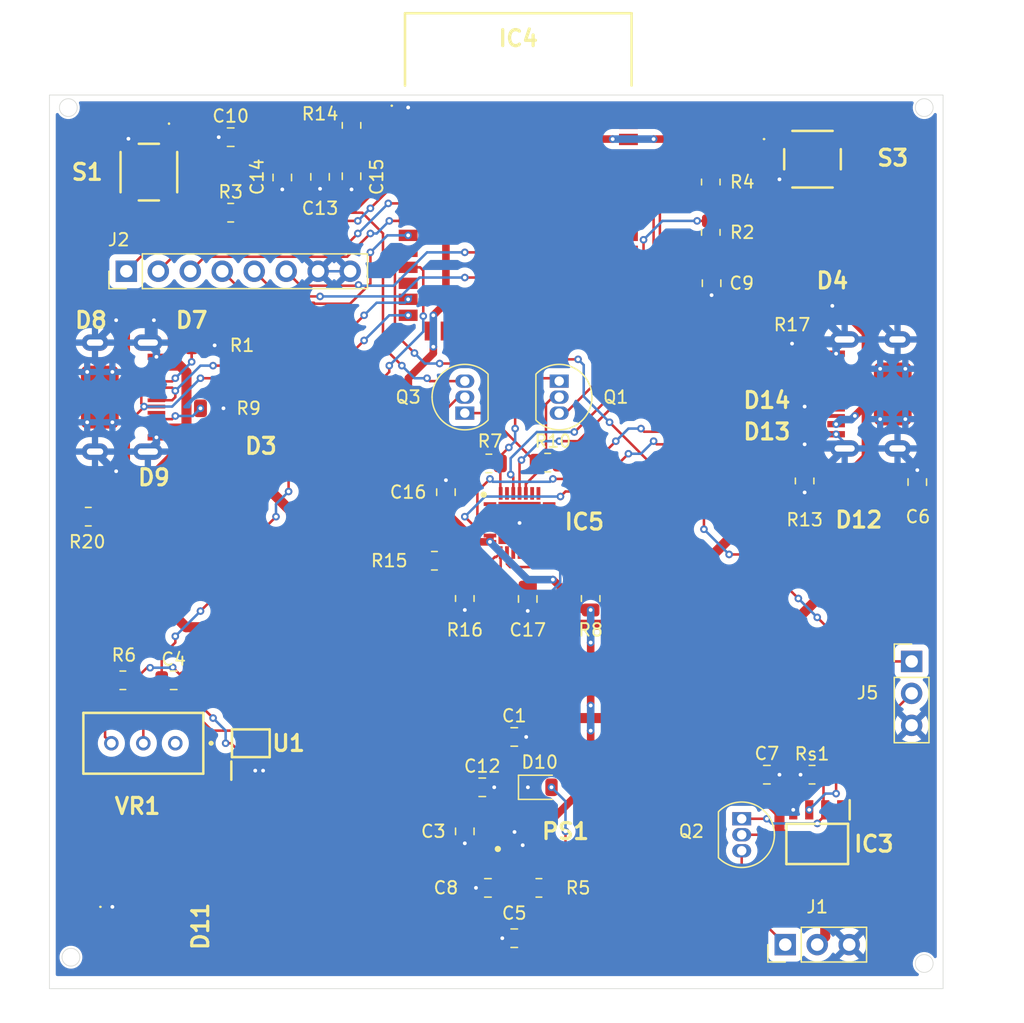
<source format=kicad_pcb>
(kicad_pcb (version 20241229) (generator "pcbnew") (generator_version "9.0")
  (layers (0 "F.Cu" signal) (2 "B.Cu" signal) (13 "F.Paste" user) (15 "B.Paste" user) (5 "F.SilkS" user "F.Silkscreen") (7 "B.SilkS" user "B.Silkscreen") (1 "F.Mask" user) (3 "B.Mask" user) (25 "Edge.Cuts" user))
  (net 0 "")
  (net 1 "VCC_5V")
  (net 2 "GND")
  (net 3 "VCC_3V3")
  (net 4 "CHIP_PU")
  (net 5 "VBUS")
  (net 6 "D-")
  (net 7 "D+")
  (net 8 "GPIO19")
  (net 9 "GPIO20")
  (net 10 "Net-(D10-A)")
  (net 11 "U0RXD")
  (net 12 "U0TXD")
  (net 13 "RTS")
  (net 14 "DTR")
  (net 15 "GPIO0")
  (net 17 "Net-(J4-CC1)")
  (net 19 "Net-(Q1-B)")
  (net 20 "Net-(Q3-B)")
  (net 21 "Net-(IC3-OUTPUT)")
  (net 24 "Net-(IC3-+IN)")
  (net 26 "Net-(IC3--IN)")
  (net 28 "Net-(J1-Pin_1)")
  (net 29 "Net-(VR1-CW)")
  (net 35 "Net-(U1--IN)")
  (net 37 "Net-(IC5-VBUS)")
  (net 53 "Net-(IC4-IO17)")
  (net 67 "GPIO16")
  (net 68 "GPIO7")
  (net 69 "GPIO6")
  (net 70 "GPIO15")
  (net 71 "GPIO41")
  (net 72 "GPIO40")
  (net 84 "Net-(IC5-RSTB)")
  (net 91 "Net-(S3-NO_1)")
  (net 92 "Net-(S1-NO_1)")
  (net 96 "Net-(J4-CC2)")
  (net 99 "Net-(J6-CC1)")
  (net 100 "Net-(J6-CC2)")
  (net 102 "Net-(IC4-IO18)")
  (footprint "Connector_PinHeader_2.54mm:PinHeader_1x03_P2.54mm_Vertical" (layer "F.Cu") (at 152.5 86.5)
    (property "Reference" "J5")
    (property "Value" "Conn_01x03_Pin")
  )
  (footprint "Resistor_SMD:R_0805_2012Metric" (layer "F.Cu") (at 136.54375 48.4125 90)
    (property "Reference" "R4")
    (property "Value" "10000")
  )
  (footprint "Capacitor_SMD:C_0805_2012Metric" (layer "F.Cu") (at 152.95 72.25 90)
    (property "Reference" "C6")
    (property "Value" "10uF")
  )
  (footprint "Resistor_SMD:R_0805_2012Metric" (layer "F.Cu") (at 96.9125 66.39 180)
    (property "Reference" "R9")
    (property "Value" "5.1k" (hide yes))
  )
  (footprint "Resistor_SMD:R_0805_2012Metric" (layer "F.Cu") (at 98.4 50.85)
    (property "Reference" "R3")
    (property "Value" "470")
  )
  (footprint "Capacitor_SMD:C_0805_2012Metric" (layer "F.Cu") (at 118.388 96.5)
    (property "Reference" "C12")
    (property "Value" "10uF")
  )
  (footprint "Resistor_SMD:R_0805_2012Metric" (layer "F.Cu") (at 144.5875 95.5)
    (property "Reference" "Rs1")
    (property "Value" "120")
  )
  (footprint "Package_TO_SOT_THT:TO-92_Inline" (layer "F.Cu") (at 124.5 64.23 -90)
    (property "Reference" "Q1")
    (property "Value" "S8050")
  )
  (footprint "Capacitor_SMD:C_0805_2012Metric" (layer "F.Cu") (at 108 47.95 90)
    (property "Reference" "C15")
    (property "Value" "1uF")
  )
  (footprint "Resistor_SMD:R_0805_2012Metric" (layer "F.Cu") (at 123.5875 70.7075 180)
    (property "Reference" "R10")
    (property "Value" "10000")
  )
  (footprint "Kicad:SON65P200X200X80-7N" (layer "F.Cu") (at 120.95 100.05 90)
    (property "Reference" "PS1")
    (property "Value" "TLV75733PDRVR" (hide yes))
  )
  (footprint "Capacitor_SMD:C_0805_2012Metric" (layer "F.Cu") (at 120.928 92.5)
    (property "Reference" "C1")
    (property "Value" "10uF")
  )
  (footprint "Kicad:SOP65P490X110-8N" (layer "F.Cu") (at 100 93 90)
    (property "Reference" "U1")
    (property "Value" "OPA380AIDGKR" (hide yes))
  )
  (footprint "Resistor_SMD:R_0805_2012Metric" (layer "F.Cu") (at 89.8325 88)
    (property "Reference" "R6")
    (property "Value" "10k")
  )
  (footprint "Capacitor_SMD:C_0805_2012Metric" (layer "F.Cu") (at 102.5 48.05 -90)
    (property "Reference" "C14")
    (property "Value" "0.1uF")
  )
  (footprint "Kicad:SODFL1006X40N" (layer "F.Cu") (at 92.8 59.39)
    (property "Reference" "D7")
    (property "Value" "ESD9B5.0ST5G" (hide yes))
  )
  (footprint "Resistor_SMD:R_0805_2012Metric" (layer "F.Cu") (at 136.54375 52.4125 90)
    (property "Reference" "R2")
    (property "Value" "470")
  )
  (footprint "PCM_JLCPCB:TYPE-C-SMD_HX-TYPE-C-16PIN" (layer "F.Cu") (at 149 65.25 90)
    (property "Reference" "J4" (hide yes))
    (property "Value" "Connector, USB-TYPE-C-16P")
  )
  (footprint "Resistor_SMD:R_0805_2012Metric" (layer "F.Cu") (at 96.2125 61.39 180)
    (property "Reference" "R1")
    (property "Value" "5.1k")
  )
  (footprint "Capacitor_SMD:C_0805_2012Metric" (layer "F.Cu") (at 93.87 88)
    (property "Reference" "C4")
    (property "Value" "3.3pF")
  )
  (footprint "Capacitor_SMD:C_0805_2012Metric" (layer "F.Cu") (at 105.5 48 -90)
    (property "Reference" "C13")
    (property "Value" "10uF")
  )
  (footprint "Kicad:SOD3716X145N" (layer "F.Cu") (at 96.3 69.39)
    (property "Reference" "D3")
    (property "Value" "1N5819HW-7-F" (hide yes))
  )
  (footprint "Kicad:3296W1503LF" (layer "F.Cu") (at 94 93)
    (property "Reference" "VR1")
    (property "Value" "3296W-1-105LF" (hide yes))
  )
  (footprint "Kicad:SODFL1006X40N" (layer "F.Cu") (at 144 65.75 90)
    (property "Reference" "D14")
    (property "Value" "ESD9B5.0ST5G" (hide yes))
  )
  (footprint "Resistor_SMD:R_0805_2012Metric" (layer "F.Cu") (at 114.5875 78.5)
    (property "Reference" "R15")
    (property "Value" "22100")
  )
  (footprint "Capacitor_SMD:C_0805_2012Metric" (layer "F.Cu") (at 118.838 104.49 180)
    (property "Reference" "C8")
    (property "Value" "0.1uF")
  )
  (footprint "Kicad:VEMD5060X01" (layer "F.Cu") (at 91.1 107.275 -90)
    (property "Reference" "D11")
    (property "Value" "VEMD5060X01" (hide yes))
  )
  (footprint "Kicad:SODFL1006X40N" (layer "F.Cu") (at 89.8 71.39)
    (property "Reference" "D9")
    (property "Value" "ESD9B5.0ST5G" (hide yes))
  )
  (footprint "Kicad:QFN50P500X500X80-29N-D" (layer "F.Cu") (at 121.35 75.5)
    (property "Reference" "IC5")
    (property "Value" "CP2102N-A02-GQFN28R" (hide yes))
  )
  (footprint "Capacitor_SMD:C_0805_2012Metric" (layer "F.Cu") (at 141 95.5)
    (property "Reference" "C7")
    (property "Value" "100n")
  )
  (footprint "Kicad:SOD3716X145N" (layer "F.Cu") (at 148.3 72.25 180)
    (property "Reference" "D12")
    (property "Value" "1N5819HW-7-F" (hide yes))
  )
  (footprint "Kicad:ESP32S3WROOM1N8R2" (layer "F.Cu") (at 121.25 47.75)
    (property "Reference" "IC4")
    (property "Value" "ESP32-S3-WROOM-1-N8" (hide yes))
  )
  (footprint "Kicad:PTS647SK50SMTR2LFS" (layer "F.Cu") (at 91.9 47.625 -90)
    (property "Reference" "S1")
    (property "Value" "PTS647SN50SMTR2_LFS" (hide yes))
  )
  (footprint "Resistor_SMD:R_0805_2012Metric" (layer "F.Cu") (at 127 81.5 -90)
    (property "Reference" "R8")
    (property "Value" "1k")
  )
  (footprint "Kicad:SODFL1006X40N" (layer "F.Cu") (at 89.8 59.39)
    (property "Reference" "D8")
    (property "Value" "ESD9B5.0ST5G" (hide yes))
  )
  (footprint "Package_TO_SOT_THT:TO-92_Inline" (layer "F.Cu") (at 139 99 -90)
    (property "Reference" "Q2")
    (property "Value" "2N3904")
  )
  (footprint "Connector_PinHeader_2.54mm:PinHeader_1x03_P2.54mm_Vertical" (layer "F.Cu") (at 142.46 109 90)
    (property "Reference" "J1")
    (property "Value" "Conn_01x03_Pin")
  )
  (footprint "Kicad:PTS647SK50SMTR2LFS" (layer "F.Cu") (at 144.625 46.6)
    (property "Reference" "S3")
    (property "Value" "PTS647SN50SMTR2_LFS" (hide yes))
  )
  (footprint "Resistor_SMD:R_0805_2012Metric" (layer "F.Cu") (at 118.9125 70.77 180)
    (property "Reference" "R7")
    (property "Value" "10000")
  )
  (footprint "Package_TO_SOT_THT:TO-92_Inline" (layer "F.Cu") (at 117 66.77 90)
    (property "Reference" "Q3")
    (property "Value" "S8050")
  )
  (footprint "Resistor_SMD:R_0805_2012Metric" (layer "F.Cu") (at 143 62.1625 -90)
    (property "Reference" "R17")
    (property "Value" "5.1k")
  )
  (footprint "Resistor_SMD:R_0805_2012Metric" (layer "F.Cu") (at 108 43.9125 -90)
    (property "Reference" "R14")
    (property "Value" "10000")
  )
  (footprint "Capacitor_SMD:C_0805_2012Metric" (layer "F.Cu") (at 115.5 73.05 -90)
    (property "Reference" "C16")
    (property "Value" "10uF")
  )
  (footprint "Capacitor_SMD:C_0805_2012Metric" (layer "F.Cu") (at 98.4 44.85)
    (property "Reference" "C10")
    (property "Value" "0.1uF")
  )
  (footprint "Resistor_SMD:R_0805_2012Metric" (layer "F.Cu") (at 117 81.5 -90)
    (property "Reference" "R16")
    (property "Value" "47500")
  )
  (footprint "Capacitor_SMD:C_0805_2012Metric" (layer "F.Cu") (at 117 100 -90)
    (property "Reference" "C3")
    (property "Value" "0.1uF")
  )
  (footprint "Capacitor_SMD:C_0805_2012Metric" (layer "F.Cu") (at 120.928 108.49 180)
    (property "Reference" "C5")
    (property "Value" "10uF")
  )
  (footprint "Resistor_SMD:R_0805_2012Metric" (layer "F.Cu") (at 144 72.1625 90)
    (property "Reference" "R13")
    (property "Value" "5.1k")
  )
  (footprint "Resistor_SMD:R_0805_2012Metric" (layer "F.Cu") (at 122.888 104.49)
    (property "Reference" "R5")
    (property "Value" "5.1k")
  )
  (footprint "Connector_PinHeader_2.54mm:PinHeader_1x08_P2.54mm_Vertical" (layer "F.Cu") (at 90.11 55.5 90)
    (property "Reference" "J2")
    (property "Value" "Conn_01x08_Pin")
  )
  (footprint "Kicad:SODFL1006X40N" (layer "F.Cu") (at 146.2 58.75 -90)
    (property "Reference" "D4")
    (property "Value" "ESD9B5.0ST5G" (hide yes))
  )
  (footprint "Capacitor_SMD:C_0805_2012Metric" (layer "F.Cu") (at 136.60675 56.45 90)
    (property "Reference" "C9")
    (property "Value" "0.1uF")
  )
  (footprint "Capacitor_SMD:C_0805_2012Metric" (layer "F.Cu") (at 122 81.5375 90)
    (property "Reference" "C17")
    (property "Value" "1uF")
  )
  (footprint "Resistor_SMD:R_0805_2012Metric" (layer "F.Cu") (at 87.0875 75 180)
    (property "Reference" "R20")
    (property "Value" "0")
  )
  (footprint "PCM_JLCPCB:TYPE-C-SMD_HX-TYPE-C-16PIN" (layer "F.Cu") (at 90 65.5 -90)
    (property "Reference" "J6" (hide yes))
    (property "Value" "Connector, USB-TYPE-C-16P")
  )
  (footprint "Kicad:SOIC127P600X175-8N" (layer "F.Cu") (at 145 101 -90)
    (property "Reference" "IC3")
    (property "Value" "OPA350UA" (hide yes))
  )
  (footprint "LED_SMD:LED_0805_2012Metric" (layer "F.Cu") (at 122.9505 96.5)
    (property "Reference" "D10")
    (property "Value" "LED")
  )
  (footprint "Kicad:SODFL1006X40N" (layer "F.Cu") (at 144 68.75 90)
    (property "Reference" "D13")
    (property "Value" "ESD9B5.0ST5G" (hide yes))
  )
  (gr_circle (center 85.5 42.5) (end 86 43) (stroke (width 0.05)) (fill no) (layer "Edge.Cuts"))
  (gr_rect (start 84 41.5) (end 155 112.5) (stroke (width 0.05)) (fill no) (layer "Edge.Cuts"))
  (gr_circle (center 153.5 110.5) (end 154 111) (stroke (width 0.05)) (fill no) (layer "Edge.Cuts"))
  (gr_circle (center 85.707107 110) (end 86.207107 110.5) (stroke (width 0.05)) (fill no) (layer "Edge.Cuts"))
  (gr_circle (center 153.5 42.5) (end 154 43) (stroke (width 0.05)) (fill no) (layer "Edge.Cuts"))
  (segment (start 104.719 83.781) (end 117.438 96.5) (width 0.8) (layer "F.Cu") (net 1))
  (segment (start 86.175 75) (end 86.175 74.3) (width 0.8) (layer "F.Cu") (net 1))
  (segment (start 99.5 83.781) (end 104.719 83.781) (width 0.8) (layer "F.Cu") (net 1))
  (segment (start 119.978 91.775) (end 120.753 91) (width 0.8) (layer "F.Cu") (net 1))
  (segment (start 145.635 108.365) (end 145 109) (width 0.8) (layer "F.Cu") (net 1))
  (segment (start 143.945 101) (end 143 101) (width 0.8) (layer "F.Cu") (net 1))
  (segment (start 150.95 73.2) (end 150 72.25) (width 0.8) (layer "F.Cu") (net 1))
  (segment (start 88.204 72.271) (end 91.719 72.271) (width 0.8) (layer "F.Cu") (net 1))
  (segment (start 142 98.513) (end 140.05 96.563) (width 0.8) (layer "F.Cu") (net 1))
  (segment (start 152.95 73.2) (end 150.95 73.2) (width 0.8) (layer "F.Cu") (net 1))
  (segment (start 94.858076 83.781) (end 99.5 83.781) (width 0.8) (layer "F.Cu") (net 1))
  (segment (start 86.175 75) (end 86.175 75.097924) (width 0.8) (layer "F.Cu") (net 1))
  (segment (start 121.5 98) (end 118.05 98) (width 0.6) (layer "F.Cu") (net 1))
  (segment (start 145.635 102.69) (end 143.945 101) (width 0.8) (layer "F.Cu") (net 1))
  (segment (start 117.438 98.612) (end 117 99.05) (width 0.8) (layer "F.Cu") (net 1))
  (segment (start 99.675 83.956) (end 99.5 83.781) (width 0.4) (layer "F.Cu") (net 1))
  (segment (start 121.626 98.126) (end 121.626 99) (width 0.6) (layer "F.Cu") (net 1))
  (segment (start 143 101) (end 142 100) (width 0.8) (layer "F.Cu") (net 1))
  (segment (start 117.438 95.04) (end 117.438 96.5) (width 0.8) (layer "F.Cu") (net 1))
  (segment (start 117.151 98.899) (end 120.174 98.899) (width 0.8) (layer "F.Cu") (net 1))
  (segment (start 121.5 98) (end 121.626 98.126) (width 0.6) (layer "F.Cu") (net 1))
  (segment (start 120.753 91) (end 135.55 91) (width 0.8) (layer "F.Cu") (net 1))
  (segment (start 119.978 92.5) (end 119.978 91.775) (width 0.8) (layer "F.Cu") (net 1))
  (segment (start 118.05 98) (end 117.438 98.612) (width 0.6) (layer "F.Cu") (net 1))
  (segment (start 135.55 91) (end 140.05 95.5) (width 0.8) (layer "F.Cu") (net 1))
  (segment (start 91.719 72.271) (end 94.6 69.39) (width 0.8) (layer "F.Cu") (net 1))
  (segment (start 142 100) (end 142 98.513) (width 0.8) (layer "F.Cu") (net 1))
  (segment (start 99.675 90.825) (end 99.675 83.956) (width 0.4) (layer "F.Cu") (net 1))
  (segment (start 120 98.725) (end 120.174 98.899) (width 0.6) (layer "F.Cu") (net 1))
  (segment (start 86.175 75.097924) (end 94.858076 83.781) (width 0.8) (layer "F.Cu") (net 1))
  (segment (start 86.175 74.3) (end 88.204 72.271) (width 0.8) (layer "F.Cu") (net 1))
  (segment (start 150 72.25) (end 150 76.55) (width 0.8) (layer "F.Cu") (net 1))
  (segment (start 119.978 92.5) (end 117.438 95.04) (width 0.8) (layer "F.Cu") (net 1))
  (segment (start 140.05 96.563) (end 140.05 95.5) (width 0.8) (layer "F.Cu") (net 1))
  (segment (start 120.274 98.974) (end 120.274 98.999) (width 0.6) (layer "F.Cu") (net 1))
  (segment (start 117.438 96.5) (end 117.438 98.612) (width 0.8) (layer "F.Cu") (net 1))
  (segment (start 145.635 103.711) (end 145.635 108.365) (width 0.8) (layer "F.Cu") (net 1))
  (segment (start 145.635 102.69) (end 145.635 103.711) (width 0.8) (layer "F.Cu") (net 1))
  (segment (start 150 76.55) (end 135.55 91) (width 0.8) (layer "F.Cu") (net 1))
  (segment (start 117 99.05) (end 117.151 98.899) (width 0.8) (layer "F.Cu") (net 1))
  (segment (start 97.3 44.7) (end 97.45 44.85) (width 0.2) (layer "F.Cu") (net 2))
  (segment (start 119 75) (end 120.85 75) (width 0.2) (layer "F.Cu") (net 2))
  (segment (start 117 82.4125) (end 116.5875 82.4125) (width 0.2) (layer "F.Cu") (net 2))
  (segment (start 120.0245 108.3925) (end 120.122 108.49) (width 0.6) (layer "F.Cu") (net 2))
  (segment (start 115.5 72.1) (end 115.5 72) (width 0.2) (layer "F.Cu") (net 2))
  (segment (start 108 48.9) (end 108 49) (width 0.6) (layer "F.Cu") (net 2))
  (segment (start 105.5 48.95) (end 105.95 48.95) (width 0.2) (layer "F.Cu") (net 2))
  (segment (start 120.85 75) (end 121.35 75.5) (width 0.2) (layer "F.Cu") (net 2))
  (segment (start 105.95 48.95) (end 106 48.9) (width 0.2) (layer "F.Cu") (net 2))
  (segment (start 118.112 104.4025) (end 118.1995 104.49) (width 0.2) (layer "F.Cu") (net 2))
  (segment (start 141.9 95.5) (end 142 95.5) (width 0.3) (layer "F.Cu") (net 2))
  (segment (start 121.925 82.4125) (end 122 82.4875) (width 0.2) (layer "F.Cu") (net 2))
  (via (at 117.888 104.49) (size 0.6) (drill 0.3) (layers "F.Cu" "B.Cu") (net 2))
  (via (at 143 61.25) (size 0.6) (drill 0.3) (layers "F.Cu" "B.Cu") (net 2))
  (via (at 89.3 71.39) (size 0.6) (drill 0.3) (layers "F.Cu" "B.Cu") (net 2))
  (via (at 143.675 95.5) (size 0.6) (drill 0.3) (layers "F.Cu" "B.Cu") (net 2))
  (via (at 97.125 61.39) (size 0.6) (drill 0.3) (layers "F.Cu" "B.Cu") (net 2))
  (via (at 92.5 62.3) (size 0.6) (drill 0.3) (layers "F.Cu" "B.Cu") (net 2))
  (via (at 146.2 58.25) (size 0.6) (drill 0.3) (layers "F.Cu" "B.Cu") (net 2))
  (via (at 92.5 68.7) (size 0.6) (drill 0.3) (layers "F.Cu" "B.Cu") (net 2))
  (via (at 89 106) (size 0.6) (drill 0.3) (layers "F.Cu" "B.Cu") (net 2))
  (via (at 117 82.4125) (size 0.6) (drill 0.3) (layers "F.Cu" "B.Cu") (net 2))
  (via (at 121.35 75.5) (size 0.6) (drill 0.3) (layers "F.Cu" "B.Cu") (net 2))
  (via (at 122.013 96.5) (size 0.6) (drill 0.3) (layers "F.Cu" "B.Cu") (net 2))
  (via (at 105.5 48.95) (size 0.6) (drill 0.3) (layers "F.Cu" "B.Cu") (net 2))
  (via (at 144 73.075) (size 0.6) (drill 0.3) (layers "F.Cu" "B.Cu") (net 2))
  (via (at 122 82.4875) (size 0.6) (drill 0.3) (layers "F.Cu" "B.Cu") (net 2))
  (via (at 121.878 92.5) (size 0.6) (drill 0.3) (layers "F.Cu" "B.Cu") (net 2))
  (via (at 142 95.5) (size 0.6) (drill 0.3) (layers "F.Cu" "B.Cu") (net 2))
  (via (at 90.275 44.975) (size 0.6) (drill 0.3) (layers "F.Cu" "B.Cu") (net 2))
  (via (at 115.5 72.1) (size 0.6) (drill 0.3) (layers "F.Cu" "B.Cu") (net 2))
  (via (at 102.5 49) (size 0.6) (drill 0.3) (layers "F.Cu" "B.Cu") (net 2))
  (via (at 136.60675 57.4) (size 0.6) (drill 0.3) (layers "F.Cu" "B.Cu") (net 2))
  (via (at 152.95 71.3) (size 0.6) (drill 0.3) (layers "F.Cu" "B.Cu") (net 2))
  (via (at 119.338 96.5) (size 0.6) (drill 0.3) (layers "F.Cu" "B.Cu") (net 2))
  (via (at 100.350002 95.175) (size 0.6) (drill 0.3) (layers "F.Cu" "B.Cu") (net 2))
  (via (at 121.6 101.1) (size 0.6) (drill 0.3) (layers "F.Cu" "B.Cu") (net 2))
  (via (at 92.3 59.39) (size 0.6) (drill 0.3) (layers "F.Cu" "B.Cu") (net 2))
  (via (at 119.978 108.49) (size 0.6) (drill 0.3) (layers "F.Cu" "B.Cu") (net 2))
  (via (at 97.825 66.39) (size 0.6) (drill 0.3) (layers "F.Cu" "B.Cu") (net 2))
  (via (at 143.095 98.289) (size 0.6) (drill 0.3) (layers "F.Cu" "B.Cu") (net 2))
  (via (at 100.975 95.175) (size 0.6) (drill 0.3) (layers "F.Cu" "B.Cu") (net 2))
  (via (at 146.5 62.05) (size 0.6) (drill 0.3) (layers "F.Cu" "B.Cu") (net 2))
  (via (at 120.95 100.05) (size 0.6) (drill 0.3) (layers "F.Cu" "B.Cu") (net 2))
  (via (at 144 66.25) (size 0.6) (drill 0.3) (layers "F.Cu" "B.Cu") (net 2))
  (via (at 142 48.2) (size 0.6) (drill 0.3) (layers "F.Cu" "B.Cu") (net 2))
  (via (at 144 69.25) (size 0.6) (drill 0.3) (layers "F.Cu" "B.Cu") (net 2))
  (via (at 146.5 68.45) (size 0.6) (drill 0.3) (layers "F.Cu" "B.Cu") (net 2))
  (via (at 117 100.95) (size 0.6) (drill 0.3) (layers "F.Cu" "B.Cu") (net 2))
  (via (at 89.3 59.39) (size 0.6) (drill 0.3) (layers "F.Cu" "B.Cu") (net 2))
  (via (at 108 49) (size 0.6) (drill 0.3) (layers "F.Cu" "B.Cu") (net 2))
  (via (at 97.45 44.85) (size 0.6) (drill 0.3) (layers "F.Cu" "B.Cu") (net 2))
  (via (at 112.5 42.49) (size 0.6) (drill 0.3) (layers "F.Cu" "B.Cu") (net 2))
  (segment (start 119.978 108.49) (end 119.49 108.49) (width 0.6) (layer "B.Cu") (net 2))
  (segment (start 146.2 59.94) (end 147.18 60.92) (width 0.6) (layer "B.Cu") (net 2))
  (segment (start 120.5 94.5) (end 120.5 93.878) (width 0.6) (layer "B.Cu") (net 2))
  (segment (start 87.62 61.17) (end 87.62 61.07) (width 0.2) (layer "B.Cu") (net 2))
  (segment (start 148.71 58.25) (end 151.38 60.92) (width 0.6) (layer "B.Cu") (net 2))
  (segment (start 112.5 42.49) (end 99.81 42.49) (width 0.6) (layer "B.Cu") (net 2))
  (segment (start 100.975 95.175) (end 100.350002 95.175) (width 0.2) (layer "B.Cu") (net 2))
  (segment (start 120.85 99.95) (end 120.95 100.05) (width 0.6) (layer "B.Cu") (net 2))
  (segment (start 99.825 95.175) (end 89 106) (width 0.2) (layer "B.Cu") (net 2))
  (segment (start 146.2 58.25) (end 146.2 59.94) (width 0.6) (layer "B.Cu") (net 2))
  (segment (start 122 82.4875) (end 117.075 82.4875) (width 0.2) (layer "B.Cu") (net 2))
  (segment (start 117.888 104.49) (end 117.888 101.838) (width 0.6) (layer "B.Cu") (net 2))
  (segment (start 87.62 69.83) (end 87.74 69.83) (width 0.2) (layer "B.Cu") (net 2))
  (segment (start 117.075 82.4875) (end 117 82.4125) (width 0.2) (layer "B.Cu") (net 2))
  (segment (start 117.888 104.388) (end 116.5 103) (width 0.6) (layer "B.Cu") (net 2))
  (segment (start 90.275 44.975) (end 97.325 44.975) (width 0.6) (layer "B.Cu") (net 2))
  (segment (start 151.38 69.58) (end 151.38 69.73) (width 0.2) (layer "B.Cu") (net 2))
  (segment (start 97.825 66.39) (end 97.825 62.09) (width 0.6) (layer "B.Cu") (net 2))
  (segment (start 144 69.25) (end 146.85 69.25) (width 0.6) (layer "B.Cu") (net 2))
  (segment (start 118 104.602) (end 117.888 104.49) (width 0.6) (layer "B.Cu") (net 2))
  (segment (start 119.338 95.662) (end 120.5 94.5) (width 0.6) (layer "B.Cu") (net 2))
  (segment (start 143 61.25) (end 146.85 61.25) (width 0.6) (layer "B.Cu") (net 2))
  (segment (start 108 49) (end 105.55 49) (width 0.6) (layer "B.Cu") (net 2))
  (segment (start 146.85 61.25) (end 147.18 60.92) (width 0.6) (layer "B.Cu") (net 2))
  (segment (start 147.18 60.92) (end 147.18 61.37) (width 0.2) (layer "B.Cu") (net 2))
  (segment (start 124.581 80.240659) (end 122.334159 82.4875) (width 0.2) (layer "B.Cu") (net 2))
  (segment (start 105.35 55.5) (end 107.89 55.5) (width 0.2) (layer "B.Cu") (net 2))
  (segment (start 105.45 49) (end 105.5 48.95) (width 0.2) (layer "B.Cu") (net 2))
  (segment (start 117.888 104.49) (end 117.888 104.388) (width 0.6) (layer "B.Cu") (net 2))
  (segment (start 146.5 62.05) (end 146.5 61.6) (width 0.6) (layer "B.Cu") (net 2))
  (segment (start 116.5 101.45) (end 117 100.95) (width 0.6) (layer "B.Cu") (net 2))
  (segment (start 92.3 60.69) (end 91.82 61.17) (width 0.6) (layer "B.Cu") (net 2))
  (segment (start 91.82 61.17) (end 91.82 61.62) (width 0.2) (layer "B.Cu") (net 2))
  (segment (start 143.675 95.5) (end 142 95.5) (width 0.6) (layer "B.Cu") (net 2))
  (segment (start 142 52.00675) (end 142 48.2) (width 0.6) (layer "B.Cu") (net 2))
  (segment (start 100.350002 95.175) (end 99.825 95.175) (width 0.2) (layer "B.Cu") (net 2))
  (segment (start 117.888 101.838) (end 117 100.95) (width 0.6) (layer "B.Cu") (net 2))
  (segment (start 147.18 69.58) (end 147.18 69.13) (width 0.2) (layer "B.Cu") (net 2))
  (segment (start 99.81 42.49) (end 97.45 44.85) (width 0.6) (layer "B.Cu") (net 2))
  (segment (start 121.35 75.5) (end 124.581 78.731) (width 0.2) (layer "B.Cu") (net 2))
  (segment (start 119.338 96.5) (end 119.338 95.662) (width 0.6) (layer "B.Cu") (net 2))
  (segment (start 118 107) (end 118 104.602) (width 0.6) (layer "B.Cu") (net 2))
  (segment (start 92.3 59.39) (end 92.3 60.69) (width 0.6) (layer "B.Cu") (net 2))
  (segment (start 119.978 108.49) (end 119.978 106.58) (width 0.6) (layer "B.Cu") (net 2))
  (segment (start 143.095 96.08) (end 143.675 95.5) (width 0.6) (layer "B.Cu") (net 2))
  (segment (start 120.5 93.878) (end 121.878 92.5) (width 0.6) (layer "B.Cu") (net 2))
  (segment (start 108.675 95.175) (end 100.975 95.175) (width 0.6) (layer "B.Cu") (net 2))
  (segment (start 143.095 98.289) (end 143.095 96.08) (width 0.6) (layer "B.Cu") (net 2))
  (segment (start 118.21 104.49) (end 121.6 101.1) (width 0.6) (layer "B.Cu") (net 2))
  (segment (start 121.878 96.365) (end 122.013 96.5) (width 0.2) (layer "B.Cu") (net 2))
  (segment (start 119.49 108.49) (end 118 107) (width 0.6) (layer "B.Cu") (net 2))
  (segment (start 152.95 71.3) (end 152.95 71.15) (width 0.6) (layer "B.Cu") (net 2))
  (segment (start 92.5 61.85) (end 91.82 61.17) (width 0.6) (layer "B.Cu") (net 2))
  (segment (start 97.325 44.975) (end 97.45 44.85) (width 0.6) (layer "B.Cu") (net 2))
  (segment (start 89.3 59.39) (end 89.3 59.49) (width 0.6) (layer "B.Cu") (net 2))
  (segment (start 146.2 58.25) (end 148.71 58.25) (width 0.6) (layer "B.Cu") (net 2))
  (segment (start 136.60675 57.4) (end 142 52.00675) (width 0.6) (layer "B.Cu") (net 2))
  (segment (start 124.581 78.731) (end 124.581 80.240659) (width 0.2) (layer "B.Cu") (net 2))
  (segment (start 102.5 49) (end 105.45 49) (width 0.6) (layer "B.Cu") (net 2))
  (segment (start 146.85 69.25) (end 147.18 69.58) (width 0.6) (layer "B.Cu") (net 2))
  (segment (start 89.3 71.39) (end 89.18 71.39) (width 0.6) (layer "B.Cu") (net 2))
  (segment (start 144 73.075) (end 144 72.76) (width 0.6) (layer "B.Cu") (net 2))
  (segment (start 122 92.378) (end 121.878 92.5) (width 0.2) (layer "B.Cu") (net 2))
  (segment (start 92.5 68.7) (end 92.5 69.15) (width 0.6) (layer "B.Cu") (net 2))
  (segment (start 144 73.075) (end 144 69.25) (width 0.6) (layer "B.Cu") (net 2))
  (segment (start 116.5 103) (end 116.5 101.45) (width 0.6) (layer "B.Cu") (net 2))
  (segment (start 117.888 104.49) (end 118.21 104.49) (width 0.6) (layer "B.Cu") (net 2))
  (segment (start 120.95 100.05) (end 120.95 100.45) (width 0.6) (layer "B.Cu") (net 2))
  (segment (start 147.18 69.13) (end 146.5 68.45) (width 0.2) (layer "B.Cu") (net 2))
  (segment (start 97.825 62.09) (end 97.125 61.39) (width 0.6) (layer "B.Cu") (net 2))
  (segment (start 118 99.95) (end 120.85 99.95) (width 0.6) (layer "B.Cu") (net 2))
  (segment (start 105.55 49) (end 105.5 48.95) (width 0.6) (layer "B.Cu") (net 2))
  (segment (start 120.95 97.563) (end 122.013 96.5) (width 0.6) (layer "B.Cu") (net 2))
  (segment (start 144 72.76) (end 147.18 69.58) (width 0.6) (layer "B.Cu") (net 2))
  (segment (start 144 66.25) (end 144 69.25) (width 0.6) (layer "B.Cu") (net 2))
  (segment (start 122.334159 82.4875) (end 122 82.4875) (width 0.2) (layer "B.Cu") (net 2))
  (segment (start 118 99.95) (end 117 100.95) (width 0.6) (layer "B.Cu") (net 2))
  (segment (start 92.5 69.15) (end 91.82 69.83) (width 0.6) (layer "B.Cu") (net 2))
  (segment (start 91.82 69.83) (end 91.82 69.38) (width 0.2) (layer "B.Cu") (net 2))
  (segment (start 89.3 59.49) (end 87.62 61.17) (width 0.6) (layer "B.Cu") (net 2))
  (segment (start 119.978 106.58) (end 117.888 104.49) (width 0.6) (layer "B.Cu") (net 2))
  (segment (start 119.338 96.5) (end 122.013 96.5) (width 0.6) (layer "B.Cu") (net 2))
  (segment (start 89.18 71.39) (end 87.62 69.83) (width 0.6) (layer "B.Cu") (net 2))
  (segment (start 120.95 100.05) (end 120.95 97.563) (width 0.6) (layer "B.Cu") (net 2))
  (segment (start 146.5 61.6) (end 147.18 60.92) (width 0.6) (layer "B.Cu") (net 2))
  (segment (start 152.95 71.15) (end 151.38 69.58) (width 0.6) (layer "B.Cu") (net 2))
  (segment (start 120.95 100.45) (end 121.6 101.1) (width 0.6) (layer "B.Cu") (net 2))
  (segment (start 92.5 62.3) (end 92.5 61.85) (width 0.6) (layer "B.Cu") (net 2))
  (segment (start 116.5 103) (end 108.675 95.175) (width 0.6) (layer "B.Cu") (net 2))
  (segment (start 108 43) (end 109.5 43) (width 0.6) (layer "F.Cu") (net 3))
  (segment (start 123.564 102.9015) (end 123.564 99.436) (width 0.6) (layer "F.Cu") (net 3))
  (segment (start 132 45) (end 134.04375 45) (width 0.6) (layer "F.Cu") (net 3))
  (segment (start 105.5 45.5) (end 108 43) (width 0.6) (layer "F.Cu") (net 3))
  (segment (start 119.788 101.587) (end 120.274 101.101) (width 0.6) (layer "F.Cu") (net 3))
  (segment (start 115.5 58) (end 115.5 45.41) (width 0.6) (layer "F.Cu") (net 3))
  (segment (start 127 90) (end 127 85) (width 0.6) (layer "F.Cu") (net 3))
  (segment (start 109.5 43) (end 110.26 43.76) (width 0.6) (layer "F.Cu") (net 3))
  (segment (start 112.51698 71.01698) (end 112.51698 64) (width 0.6) (layer "F.Cu") (net 3))
  (segment (start 127 82.4125) (end 126.4125 82.4125) (width 0.6) (layer "F.Cu") (net 3))
  (segment (start 102.5 47.1) (end 105.45 47.1) (width 0.6) (layer "F.Cu") (net 3))
  (segment (start 113.85 43.76) (end 112.5 43.76) (width 0.6) (layer "F.Cu") (net 3))
  (segment (start 127 96) (end 127 92) (width 0.6) (layer "F.Cu") (net 3))
  (segment (start 112.51698 64) (end 114.5 62.01698) (width 0.6) (layer "F.Cu") (net 3))
  (segment (start 105.45 47.1) (end 105.5 47.05) (width 0.6) (layer "F.Cu") (net 3))
  (segment (start 121.9755 104.49) (end 123.564 102.9015) (width 0.6) (layer "F.Cu") (net 3))
  (segment (start 115.5 74.104501) (end 115.5 74) (width 0.6) (layer "F.Cu") (net 3))
  (segment (start 119.788 104.49) (end 119.788 101.587) (width 0.6) (layer "F.Cu") (net 3))
  (segment (start 105.5 47.05) (end 105.5 45.5) (width 0.6) (layer "F.Cu") (net 3))
  (segment (start 115.5 74.604501) (end 117.895499 77) (width 0.6) (layer "F.Cu") (net 3))
  (segment (start 134.04375 45) (end 136.54375 47.5) (width 0.6) (layer "F.Cu") (net 3))
  (segment (start 116 45) (end 115.59 45.41) (width 0.6) (layer "F.Cu") (net 3))
  (segment (start 105.5 47.05) (end 105.55 47.05) (width 0.6) (layer "F.Cu") (net 3))
  (segment (start 115.5 74) (end 115.5 74.604501) (width 0.6) (layer "F.Cu") (net 3))
  (segment (start 115.59 45.41) (end 115.5 45.41) (width 0.6) (layer "F.Cu") (net 3))
  (segment (start 121.9755 104.49) (end 121.9755 108.3925) (width 0.6) (layer "F.Cu") (net 3))
  (segment (start 115.5 45.41) (end 113.85 43.76) (width 0.6) (layer "F.Cu") (net 3))
  (segment (start 126.4125 82.4125) (end 124 80) (width 0.6) (layer "F.Cu") (net 3))
  (segment (start 121.9755 108.3925) (end 121.878 108.49) (width 0.6) (layer "F.Cu") (net 3))
  (segment (start 114.5 59) (end 115.5 58) (width 0.6) (layer "F.Cu") (net 3))
  (segment (start 114.5 62.01698) (end 114.5 61.5) (width 0.6) (layer "F.Cu") (net 3))
  (segment (start 119.788 104.49) (end 121.9755 104.49) (width 0.6) (layer "F.Cu") (net 3))
  (segment (start 117.895499 77) (end 119 77) (width 0.6) (layer "F.Cu") (net 3))
  (segment (start 119 77) (end 119 76.651) (width 0.6) (layer "F.Cu") (net 3))
  (segment (start 116 45) (end 128.749 45) (width 0.6) (layer "F.Cu") (net 3))
  (segment (start 123.564 99.436) (end 127 96) (width 0.6) (layer "F.Cu") (net 3))
  (segment (start 115.5 74) (end 112.51698 71.01698) (width 0.6) (layer "F.Cu") (net 3))
  (segment (start 110.26 43.76) (end 112.5 43.76) (width 0.6) (layer "F.Cu") (net 3))
  (via (at 127 82.4125) (size 0.6) (drill 0.3) (layers "F.Cu" "B.Cu") (net 3))
  (via (at 127 85) (size 0.6) (drill 0.3) (layers "F.Cu" "B.Cu") (net 3))
  (via (at 128.749 45) (size 0.6) (drill 0.3) (layers "F.Cu" "B.Cu") (net 3))
  (via (at 114.5 59) (size 0.6) (drill 0.3) (layers "F.Cu" "B.Cu") (net 3))
  (via (at 124 80) (size 0.6) (drill 0.3) (layers "F.Cu" "B.Cu") (net 3))
  (via (at 127 92) (size 0.6) (drill 0.3) (layers "F.Cu" "B.Cu") (net 3))
  (via (at 114.5 61.5) (size 0.6) (drill 0.3) (layers "F.Cu" "B.Cu") (net 3))
  (via (at 127 90) (size 0.6) (drill 0.3) (layers "F.Cu" "B.Cu") (net 3))
  (via (at 119 77) (size 0.6) (drill 0.3) (layers "F.Cu" "B.Cu") (net 3))
  (via (at 132 45) (size 0.6) (drill 0.3) (layers "F.Cu" "B.Cu") (net 3))
  (segment (start 114.5 59) (end 114.5 61.5) (width 0.6) (layer "B.Cu") (net 3))
  (segment (start 128.749 45) (end 132 45) (width 0.6) (layer "B.Cu") (net 3))
  (segment (start 127 92) (end 127 90) (width 0.6) (layer "B.Cu") (net 3))
  (segment (start 124 80) (end 122 80) (width 0.6) (layer "B.Cu") (net 3))
  (segment (start 122 80) (end 119 77) (width 0.6) (layer "B.Cu") (net 3))
  (segment (start 127 85) (end 127 82.4125) (width 0.6) (layer "B.Cu") (net 3))
  (segment (start 99 46.5) (end 99 49) (width 0.2) (layer "F.Cu") (net 4))
  (segment (start 114.23 64.23) (end 114 64) (width 0.2) (layer "F.Cu") (net 4))
  (segment (start 99.3125 49.3125) (end 99.3125 50.85) (width 0.2) (layer "F.Cu") (net 4))
  (segment (start 112.5 45.03) (end 111.47 45.03) (width 0.2) (layer "F.Cu") (net 4))
  (segment (start 108.675 45.5) (end 108 44.825) (width 0.2) (layer "F.Cu") (net 4))
  (segment (start 108.85 50.85) (end 99.3125 50.85) (width 0.2) (layer "F.Cu") (net 4))
  (segment (start 108 44.825) (end 108 45) (width 0.2) (layer "F.Cu") (net 4))
  (segment (start 109.5 47.5) (end 109 47) (width 0.2) (layer "F.Cu") (net 4))
  (segment (start 109.5 49.5) (end 109.5 47.5) (width 0.2) (layer "F.Cu") (net 4))
  (segment (start 108 45) (end 107.5 45.5) (width 0.2) (layer "F.Cu") (net 4))
  (segment (start 111 45.5) (end 108.675 45.5) (width 0.2) (layer "F.Cu") (net 4))
  (segment (start 110.5 52.5) (end 108.85 50.85) (width 0.2) (layer "F.Cu") (net 4))
  (segment (start 111.47 45.03) (end 111 45.5) (width 0.2) (layer "F.Cu") (net 4))
  (segment (start 110.5 61.5) (end 110.5 52.5) (width 0.2) (layer "F.Cu") (net 4))
  (segment (start 108.15 50.85) (end 109.5 49.5) (width 0.2) (layer "F.Cu") (net 4))
  (segment (start 107.5 45.5) (end 107.5 46.5) (width 0.2) (layer "F.Cu") (net 4))
  (segment (start 117 64.23) (end 114.23 64.23) (width 0.2) (layer "F.Cu") (net 4))
  (segment (start 99.3125 50.85) (end 108.15 50.85) (width 0.2) (layer "F.Cu") (net 4))
  (segment (start 99.35 46.15) (end 99 46.5) (width 0.2) (layer "F.Cu") (net 4))
  (segment (start 99 49) (end 99.3125 49.3125) (width 0.2) (layer "F.Cu") (net 4))
  (segment (start 99.35 44.85) (end 99.35 46.15) (width 0.2) (layer "F.Cu") (net 4))
  (segment (start 109 47) (end 108 47) (width 0.2) (layer "F.Cu") (net 4))
  (segment (start 112 63) (end 110.5 61.5) (width 0.2) (layer "F.Cu") (net 4))
  (segment (start 107.5 46.5) (end 108 47) (width 0.2) (layer "F.Cu") (net 4))
  (via (at 112 63) (size 0.6) (drill 0.3) (layers "F.Cu" "B.Cu") (net 4))
  (via (at 114 64) (size 0.6) (drill 0.3) (layers "F.Cu" "B.Cu") (net 4))
  (segment (start 113 64) (end 112 63) (width 0.2) (layer "B.Cu") (net 4))
  (segment (start 114 64) (end 113 64) (width 0.2) (layer "B.Cu") (net 4))
  (segment (start 98 69.39) (end 107.11 78.5) (width 0.8) (layer "F.Cu") (net 5))
  (segment (start 107.11 78.5) (end 113.675 78.5) (width 0.8) (layer "F.Cu") (net 5))
  (segment (start 145.8365 74.1885) (end 146.6 73.425) (width 0.8) (layer "F.Cu") (net 5))
  (segment (start 146.6 73.425) (end 146.6 72.25) (width 0.8) (layer "F.Cu") (net 5))
  (segment (start 146.6 72.65) (end 146.6 72.25) (width 0.6) (layer "F.Cu") (net 5))
  (segment (start 96.49 69.39) (end 95 67.9) (width 0.8) (layer "F.Cu") (net 5))
  (segment (start 140.565577 74.1885) (end 145.8365 74.1885) (width 0.8) (layer "F.Cu") (net 5))
  (segment (start 148.736 66.25) (end 148.831 66.25) (width 0.6) (layer "F.Cu") (net 5))
  (segment (start 146.825 72.25) (end 148.831 70.244) (width 0.6) (layer "F.Cu") (net 5))
  (segment (start 95 67.9) (end 92.5 67.9) (width 0.6) (layer "F.Cu") (net 5))
  (segment (start 116.253076 83.5885) (end 131.165577 83.5885) (width 0.8) (layer "F.Cu") (net 5))
  (segment (start 93.801 62.446923) (end 94.8865 63.532423) (width 0.8) (layer "F.Cu") (net 5))
  (segment (start 88 75) (end 92.39 75) (width 0.8) (layer "F.Cu") (net 5))
  (segment (start 146.6 72.25) (end 146.825 72.25) (width 0.6) (layer "F.Cu") (net 5))
  (segment (start 147.63776 59.25) (end 146.2 59.25) (width 0.6) (layer "F.Cu") (net 5))
  (segment (start 94.454077 63.1) (end 94.8865 63.532423) (width 0.6) (layer "F.Cu") (net 5))
  (segment (start 145 62.502) (end 145 60.45) (width 0.6) (layer "F.Cu") (net 5))
  (segment (start 147 72.25) (end 146.6 72.25) (width 0.6) (layer "F.Cu") (net 5))
  (segment (start 113.675 78.5) (end 113.675 81.010424) (width 0.8) (layer "F.Cu") (net 5))
  (segment (start 146.5 62.85) (end 145.348 62.85) (width 0.6) (layer "F.Cu") (net 5))
  (segment (start 93.3 59.39) (end 93.801 59.891) (width 0.8) (layer "F.Cu") (net 5))
  (segment (start 94.8865 63.532423) (end 94.8865 67.7865) (width 0.8) (layer "F.Cu") (net 5))
  (segment (start 113.675 81.010424) (end 116.253076 83.5885) (width 0.8) (layer "F.Cu") (net 5))
  (segment (start 145.348 62.85) (end 145 62.502) (width 0.6) (layer "F.Cu") (net 5))
  (segment (start 147.993 66.993) (end 148.736 66.25) (width 0.6) (layer "F.Cu") (net 5))
  (segment (start 131.165577 83.5885) (end 140.565577 74.1885) (width 0.8) (layer "F.Cu") (net 5))
  (segment (start 148.831 60.44324) (end 147.63776 59.25) (width 0.6) (layer "F.Cu") (net 5))
  (segment (start 92.5 63.1) (end 94.454077 63.1) (width 0.6) (layer "F.Cu") (net 5))
  (segment (start 92.39 75) (end 98 69.39) (width 0.8) (layer "F.Cu") (net 5))
  (segment (start 148.831 70.244) (end 148.831 60.44324) (width 0.6) (layer "F.Cu") (net 5))
  (segment (start 98 69.39) (end 96.49 69.39) (width 0.8) (layer "F.Cu") (net 5))
  (segment (start 93.801 59.891) (end 93.801 62.446923) (width 0.8) (layer "F.Cu") (net 5))
  (segment (start 145 60.45) (end 146.2 59.25) (width 0.6) (layer "F.Cu") (net 5))
  (via (at 146.5 67.65) (size 0.6) (drill 0.3) (layers "F.Cu" "B.Cu") (net 5))
  (via (at 147.993 66.993) (size 0.6) (drill 0.3) (layers "F.Cu" "B.Cu") (net 5))
  (segment (start 147.993 66.993) (end 147.701 67.285) (width 0.6) (layer "B.Cu") (net 5))
  (segment (start 147.701 67.285) (end 146.865 67.285) (width 0.6) (layer "B.Cu") (net 5))
  (segment (start 146.865 67.285) (end 146.5 67.65) (width 0.6) (layer "B.Cu") (net 5))
  (segment (start 147.452 66) (end 148 65.452) (width 0.2) (layer "F.Cu") (net 6))
  (segment (start 147.75 65) (end 148 65.25) (width 0.2) (layer "F.Cu") (net 6))
  (segment (start 127 73) (end 130 70) (width 0.2) (layer "F.Cu") (net 6))
  (segment (start 125 73) (end 124.600002 73.399998) (width 0.2) (layer "F.Cu") (net 6))
  (segment (start 144.5 67.084138) (end 145.584138 66) (width 0.2) (layer "F.Cu") (net 6))
  (segment (start 132.25 69.25) (end 132 69) (width 0.2) (layer "F.Cu") (net 6))
  (segment (start 143 68.25) (end 142 69.25) (width 0.2) (layer "F.Cu") (net 6))
  (segment (start 144 68.25) (end 144.5 67.75) (width 0.2) (layer "F.Cu") (net 6))
  (segment (start 125 73) (end 127 73) (width 0.2) (layer "F.Cu") (net 6))
  (segment (start 142 69.25) (end 132.25 69.25) (width 0.2) (layer "F.Cu") (net 6))
  (segment (start 118 76) (end 117 75) (width 0.2) (layer "F.Cu") (net 6))
  (segment (start 146.5 65) (end 147.75 65) (width 0.2) (layer "F.Cu") (net 6))
  (segment (start 144.5 67.75) (end 144.5 67.084138) (width 0.2) (layer "F.Cu") (net 6))
  (segment (start 146.5 66) (end 147.452 66) (width 0.2) (layer "F.Cu") (net 6))
  (segment (start 119 76) (end 118 76) (width 0.2) (layer "F.Cu") (net 6))
  (segment (start 144 68.25) (end 143 68.25) (width 0.2) (layer "F.Cu") (net 6))
  (segment (start 145.584138 66) (end 146.5 66) (width 0.2) (layer "F.Cu") (net 6))
  (segment (start 148 65.452) (end 148 65.25) (width 0.2) (layer "F.Cu") (net 6))
  (via (at 117 75) (size 0.6) (drill 0.3) (layers "F.Cu" "B.Cu") (net 6))
  (via (at 130 70) (size 0.6) (drill 0.3) (layers "F.Cu" "B.Cu") (net 6))
  (via (at 124.600002 73.399998) (size 0.6) (drill 0.3) (layers "F.Cu" "B.Cu") (net 6))
  (via (at 132 69) (size 0.6) (drill 0.3) (layers "F.Cu" "B.Cu") (net 6))
  (segment (start 118.600002 73.399998) (end 124.600002 73.399998) (width 0.2) (layer "B.Cu") (net 6))
  (segment (start 117 75) (end 118.600002 73.399998) (width 0.2) (layer "B.Cu") (net 6))
  (segment (start 130 70) (end 131 70) (width 0.2) (layer "B.Cu") (net 6))
  (segment (start 131 70) (end 132 69) (width 0.2) (layer "B.Cu") (net 6))
  (segment (start 145.298 65.25) (end 139 65.25) (width 0.2) (layer "F.Cu") (net 7))
  (segment (start 145.298 65.25) (end 145.548 65.5) (width 0.2) (layer "F.Cu") (net 7))
  (segment (start 118 73) (end 119 72) (width 0.2) (layer "F.Cu") (net 7))
  (segment (start 145.298 64.75) (end 145.298 65.25) (width 0.2) (layer "F.Cu") (net 7))
  (segment (start 126 72) (end 129 69) (width 0.2) (layer "F.Cu") (net 7))
  (segment (start 118 75.252) (end 118.248 75.5) (width 0.2) (layer "F.Cu") (net 7))
  (segment (start 145.548 65.5) (end 146.5 65.5) (width 0.2) (layer "F.Cu") (net 7))
  (segment (start 131.25 68.25) (end 131 68) (width 0.2) (layer "F.Cu") (net 7))
  (segment (start 146.5 64.5) (end 145.548 64.5) (width 0.2) (layer "F.Cu") (net 7))
  (segment (start 139 65.25) (end 136 68.25) (width 0.2) (layer "F.Cu") (net 7))
  (segment (start 136 68.25) (end 131.25 68.25) (width 0.2) (layer "F.Cu") (net 7))
  (segment (start 145.548 64.5) (end 145.298 64.75) (width 0.2) (layer "F.Cu") (net 7))
  (segment (start 124 72) (end 126 72) (width 0.2) (layer "F.Cu") (net 7))
  (segment (start 118.248 75.5) (end 119 75.5) (width 0.2) (layer "F.Cu") (net 7))
  (segment (start 118 73) (end 118 75.252) (width 0.2) (layer "F.Cu") (net 7))
  (via (at 129 69) (size 0.6) (drill 0.3) (layers "F.Cu" "B.Cu") (net 7))
  (via (at 119 72) (size 0.6) (drill 0.3) (layers "F.Cu" "B.Cu") (net 7))
  (via (at 124 72) (size 0.6) (drill 0.3) (layers "F.Cu" "B.Cu") (net 7))
  (via (at 131 68) (size 0.6) (drill 0.3) (layers "F.Cu" "B.Cu") (net 7))
  (segment (start 119 72) (end 119.227102 72.227102) (width 0.2) (layer "B.Cu") (net 7))
  (segment (start 119.227102 72.227102) (end 123.772898 72.227102) (width 0.2) (layer "B.Cu") (net 7))
  (segment (start 123.772898 72.227102) (end 124 72) (width 0.2) (layer "B.Cu") (net 7))
  (segment (start 129 69) (end 130 68) (width 0.2) (layer "B.Cu") (net 7))
  (segment (start 130 68) (end 131 68) (width 0.2) (layer "B.Cu") (net 7))
  (segment (start 93.75 65.75) (end 92.5 65.75) (width 0.2) (layer "F.Cu") (net 8))
  (segment (start 94 65.5) (end 93.75 65.75) (width 0.2) (layer "F.Cu") (net 8))
  (segment (start 91.548 64.75) (end 90.3 63.502) (width 0.2) (layer "F.Cu") (net 8))
  (segment (start 90.3 59.39) (end 90.3 63.502) (width 0.2) (layer "F.Cu") (net 8))
  (segment (start 105 63) (end 109 59) (width 0.2) (layer "F.Cu") (net 8))
  (segment (start 91.548 64.75) (end 92.5 64.75) (width 0.2) (layer "F.Cu") (net 8))
  (segment (start 112.5 57.73) (end 112.73 57.73) (width 0.2) (layer "F.Cu") (net 8))
  (segment (start 93.75 64.75) (end 94 65) (width 0.2) (layer "F.Cu") (net 8))
  (segment (start 112.73 57.73) (end 113 58) (width 0.2) (layer "F.Cu") (net 8))
  (segment (start 92.5 64.75) (end 93.75 64.75) (width 0.2) (layer "F.Cu") (net 8))
  (segment (start 94 65) (end 94 65.5) (width 0.2) (layer "F.Cu") (net 8))
  (segment (start 97 63) (end 105 63) (width 0.2) (layer "F.Cu") (net 8))
  (via (at 112.5 57.73) (size 0.6) (drill 0.3) (layers "F.Cu" "B.Cu") (net 8))
  (via (at 97 63) (size 0.6) (drill 0.3) (layers "F.Cu" "B.Cu") (net 8))
  (via (at 109 59) (size 0.6) (drill 0.3) (layers "F.Cu" "B.Cu") (net 8))
  (via (at 94 65) (size 0.6) (drill 0.3) (layers "F.Cu" "B.Cu") (net 8))
  (segment (start 109 59) (end 110 58) (width 0.2) (layer "B.Cu") (net 8))
  (segment (start 94 65) (end 96 63) (width 0.2) (layer "B.Cu") (net 8))
  (segment (start 110 58) (end 112.23 58) (width 0.2) (layer "B.Cu") (net 8))
  (segment (start 96 63) (end 97 63) (width 0.2) (layer "B.Cu") (net 8))
  (segment (start 112.73 57.5) (end 112.5 57.73) (width 0.2) (layer "B.Cu") (net 8))
  (segment (start 112.23 58) (end 112.5 57.73) (width 0.2) (layer "B.Cu") (net 8))
  (segment (start 92.5 65.25) (end 91.44 65.25) (width 0.2) (layer "F.Cu") (net 9))
  (segment (start 90.3 71.39) (end 90.3 67.498) (width 0.2) (layer "F.Cu") (net 9))
  (segment (start 91.548 66.25) (end 92.5 66.25) (width 0.2) (layer "F.Cu") (net 9))
  (segment (start 92.5 65.25) (end 92.541 65.291) (width 0.2) (layer "F.Cu") (net 9))
  (segment (start 91.548 66.25) (end 90.3 67.498) (width 0.2) (layer "F.Cu") (net 9))
  (segment (start 106 64) (end 96 64) (width 0.2) (layer "F.Cu") (net 9))
  (segment (start 91.3 66.002) (end 91.548 66.25) (width 0.2) (layer "F.Cu") (net 9))
  (segment (start 91.3 65.39) (end 91.3 66.002) (width 0.2) (layer "F.Cu") (net 9))
  (segment (start 109 61) (end 106 64) (width 0.2) (layer "F.Cu") (net 9))
  (segment (start 91.44 65.25) (end 91.3 65.39) (width 0.2) (layer "F.Cu") (net 9))
  (via (at 109 61) (size 0.6) (drill 0.3) (layers "F.Cu" "B.Cu") (net 9))
  (via (at 112.5 59) (size 0.6) (drill 0.3) (layers "F.Cu" "B.Cu") (net 9))
  (via (at 96 64) (size 0.6) (drill 0.3) (layers "F.Cu" "B.Cu") (net 9))
  (via (at 91.517155 66.25) (size 0.6) (drill 0.3) (layers "F.Cu" "B.Cu") (net 9))
  (segment (start 109 61) (end 111 59) (width 0.2) (layer "B.Cu") (net 9))
  (segment (start 93.75 66.25) (end 91.517155 66.25) (width 0.2) (layer "B.Cu") (net 9))
  (segment (start 111 59) (end 112.5 59) (width 0.2) (layer "B.Cu") (net 9))
  (segment (start 96 64) (end 93.75 66.25) (width 0.2) (layer "B.Cu") (net 9))
  (segment (start 125 103.2905) (end 123.8005 104.49) (width 0.2) (layer "F.Cu") (net 10))
  (segment (start 125 100) (end 125 103.2905) (width 0.2) (layer "F.Cu") (net 10))
  (via (at 123.888 96.5) (size 0.6) (drill 0.3) (layers "F.Cu" "B.Cu") (net 10))
  (via (at 125 100) (size 0.6) (drill 0.3) (layers "F.Cu" "B.Cu") (net 10))
  (segment (start 125 97.612) (end 123.888 96.5) (width 0.2) (layer "B.Cu") (net 10))
  (segment (start 125 100) (end 125 97.612) (width 0.2) (layer "B.Cu") (net 10))
  (segment (start 130.57 47.57) (end 132 49) (width 0.2) (layer "F.Cu") (net 11))
  (segment (start 132 62) (end 125.727003 68.272997) (width 0.2) (layer "F.Cu") (net 11))
  (segment (start 125.698865 68.272997) (end 125.735931 68.235931) (width 0.2) (layer "F.Cu") (net 11))
  (segment (start 120.85 71.85143) (end 120.85 73.15) (width 0.2) (layer "F.Cu") (net 11))
  (segment (start 125.727003 68.272997) (end 125.698865 68.272997) (width 0.2) (layer "F.Cu") (net 11))
  (segment (start 130 47.57) (end 130.57 47.57) (width 0.2) (layer "F.Cu") (net 11))
  (segment (start 132 49) (end 132 62) (width 0.2) (layer "F.Cu") (net 11))
  (segment (start 120.644672 71.646102) (end 120.85 71.85143) (width 0.2) (layer "F.Cu") (net 11))
  (via (at 120.644672 71.646102) (size 0.6) (drill 0.3) (layers "F.Cu" "B.Cu") (net 11))
  (via (at 125.698865 68.272997) (size 0.6) (drill 0.3) (layers "F.Cu" "B.Cu") (net 11))
  (segment (start 120.644672 70.355328) (end 120.644672 71.646102) (width 0.2) (layer "B.Cu") (net 11))
  (segment (start 125.698865 68.272997) (end 122.727003 68.272997) (width 0.2) (layer "B.Cu") (net 11))
  (segment (start 122 69) (end 120.644672 70.355328) (width 0.2) (layer "B.Cu") (net 11))
  (segment (start 122.727003 68.272997) (end 122 69) (width 0.2) (layer "B.Cu") (net 11))
  (segment (start 121.35 73.15) (end 121.35 70.65) (width 0.2) (layer "F.Cu") (net 12))
  (segment (start 132.5 47.5) (end 131.3 46.3) (width 0.2) (layer "F.Cu") (net 12))
  (segment (start 126 69) (end 132.5 62.5) (width 0.2) (layer "F.Cu") (net 12))
  (segment (start 124.5 69) (end 126 69) (width 0.2) (layer "F.Cu") (net 12))
  (segment (start 131.3 46.3) (end 130 46.3) (width 0.2) (layer "F.Cu") (net 12))
  (segment (start 132.5 62.5) (end 132.5 47.5) (width 0.2) (layer "F.Cu") (net 12))
  (segment (start 121.35 70.65) (end 121.5 70.5) (width 0.2) (layer "F.Cu") (net 12))
  (via (at 124.5 69) (size 0.6) (drill 0.3) (layers "F.Cu" "B.Cu") (net 12))
  (via (at 121.5 70.5) (size 0.6) (drill 0.3) (layers "F.Cu" "B.Cu") (net 12))
  (segment (start 123 69) (end 124.5 69) (width 0.2) (layer "B.Cu") (net 12))
  (segment (start 121.5 70.5) (end 123 69) (width 0.2) (layer "B.Cu") (net 12))
  (segment (start 122.675 70.7075) (end 118.7375 66.77) (width 0.2) (layer "F.Cu") (net 13))
  (segment (start 121.85 72.398) (end 122.675 71.573) (width 0.2) (layer "F.Cu") (net 13))
  (segment (start 121.85 73.15) (end 121.85 72.398) (width 0.2) (layer "F.Cu") (net 13))
  (segment (start 122.675 71.573) (end 122.675 70.7075) (width 0.2) (layer "F.Cu") (net 13))
  (segment (start 118.7375 66.77) (end 117 66.77) (width 0.2) (layer "F.Cu") (net 13))
  (segment (start 119.825 70.77) (end 119.825 70.175) (width 0.2) (layer "F.Cu") (net 14))
  (segment (start 120 70.945) (end 119.825 70.77) (width 0.2) (layer "F.Cu") (net 14))
  (segment (start 122.5 64) (end 124.27 64) (width 0.2) (layer "F.Cu") (net 14))
  (segment (start 119.825 70.77) (end 119.825 73.325) (width 0.2) (layer "F.Cu") (net 14))
  (segment (start 119.825 70.175) (end 120.5 69.5) (width 0.2) (layer "F.Cu") (net 14))
  (segment (start 124.27 64) (end 124.5 64.23) (width 0.2) (layer "F.Cu") (net 14))
  (segment (start 124.73 64.23) (end 124.5 64.23) (width 0.2) (layer "F.Cu") (net 14))
  (segment (start 121 65.5) (end 121 68) (width 0.2) (layer "F.Cu") (net 14))
  (segment (start 122.25 64.25) (end 122.5 64) (width 0.2) (layer "F.Cu") (net 14))
  (segment (start 122.25 64.25) (end 121 65.5) (width 0.2) (layer "F.Cu") (net 14))
  (via (at 121 68) (size 0.6) (drill 0.3) (layers "F.Cu" "B.Cu") (net 14))
  (via (at 120.5 69.5) (size 0.6) (drill 0.3) (layers "F.Cu" "B.Cu") (net 14))
  (segment (start 121 69) (end 120.5 69.5) (width 0.2) (layer "B.Cu") (net 14))
  (segment (start 121 68) (end 121 69) (width 0.2) (layer "B.Cu") (net 14))
  (segment (start 135.45625 51.5) (end 136.54375 51.5) (width 0.2) (layer "F.Cu") (net 15))
  (segment (start 130.95 59) (end 131.200002 58.749998) (width 0.2) (layer "F.Cu") (net 15))
  (segment (start 124.5 66.77) (end 125 66.77) (width 0.2) (layer "F.Cu") (net 15))
  (segment (start 125 66.77) (end 130 61.77) (width 0.2) (layer "F.Cu") (net 15))
  (segment (start 130 61.77) (end 130 59) (width 0.2) (layer "F.Cu") (net 15))
  (segment (start 130 59) (end 130.95 59) (width 0.2) (layer "F.Cu") (net 15))
  (segment (start 131.200002 58.749998) (end 131.200002 53) (width 0.2) (layer "F.Cu") (net 15))
  (segment (start 136.54375 49.325) (end 136.54375 51.5) (width 0.2) (layer "F.Cu") (net 15))
  (via (at 135.45625 51.5) (size 0.6) (drill 0.3) (layers "F.Cu" "B.Cu") (net 15))
  (via (at 131.200002 53) (size 0.6) (drill 0.3) (layers "F.Cu" "B.Cu") (net 15))
  (segment (start 131.200002 53) (end 132.700002 51.5) (width 0.2) (layer "B.Cu") (net 15))
  (segment (start 132.700002 51.5) (end 135.45625 51.5) (width 0.2) (layer "B.Cu") (net 15))
  (segment (start 145.548 66.5) (end 145 67.048) (width 0.2) (layer "F.Cu") (net 17))
  (segment (start 146.5 66.5) (end 145.548 66.5) (width 0.2) (layer "F.Cu") (net 17))
  (segment (start 145 70.25) (end 144 71.25) (width 0.2) (layer "F.Cu") (net 17))
  (segment (start 145 67.048) (end 145 70.25) (width 0.2) (layer "F.Cu") (net 17))
  (segment (start 124 65.5) (end 124.5 65.5) (width 0.2) (layer "F.Cu") (net 19))
  (segment (start 123.449 69.6565) (end 123.449 66.051) (width 0.2) (layer "F.Cu") (net 19))
  (segment (start 124.5 70.7075) (end 123.449 69.6565) (width 0.2) (layer "F.Cu") (net 19))
  (segment (start 123.449 66.051) (end 124 65.5) (width 0.2) (layer "F.Cu") (net 19))
  (segment (start 118 70.77) (end 115.5 68.27) (width 0.2) (layer "F.Cu") (net 20))
  (segment (start 116.5 65.5) (end 117 65.5) (width 0.2) (layer "F.Cu") (net 20))
  (segment (start 115.5 66.5) (end 116.5 65.5) (width 0.2) (layer "F.Cu") (net 20))
  (segment (start 115.5 68.27) (end 115.5 66.5) (width 0.2) (layer "F.Cu") (net 20))
  (segment (start 141.363 100.27) (end 144.365 103.272) (width 0.2) (layer "F.Cu") (net 21))
  (segment (start 139 100.27) (end 141.363 100.27) (width 0.2) (layer "F.Cu") (net 21))
  (segment (start 144.365 103.272) (end 144.365 103.711) (width 0.2) (layer "F.Cu") (net 21))
  (segment (start 146.5 95.04) (end 152.5 89.04) (width 0.2) (layer "F.Cu") (net 24))
  (segment (start 146.5 97) (end 146.5 95.04) (width 0.2) (layer "F.Cu") (net 24))
  (via (at 146.5 97) (size 0.6) (drill 0.3) (layers "F.Cu" "B.Cu") (net 24))
  (via (at 144.365 98.289) (size 0.6) (drill 0.3) (layers "F.Cu" "B.Cu") (net 24))
  (segment (start 146.5 97) (end 145.654 97) (width 0.2) (layer "B.Cu") (net 24))
  (segment (start 145.654 97) (end 144.365 98.289) (width 0.2) (layer "B.Cu") (net 24))
  (segment (start 145.5 95.5) (end 145.5 98.154) (width 0.2) (layer "F.Cu") (net 26))
  (segment (start 145.5 98.154) (end 145.635 98.289) (width 0.2) (layer "F.Cu") (net 26))
  (segment (start 144.991 99.354) (end 145.635 98.71) (width 0.2) (layer "F.Cu") (net 26))
  (segment (start 139 99) (end 139.354 99.354) (width 0.2) (layer "F.Cu") (net 26))
  (segment (start 145.635 98.71) (end 145.635 98.289) (width 0.2) (layer "F.Cu") (net 26))
  (segment (start 139 99) (end 141 99) (width 0.2) (layer "F.Cu") (net 26))
  (via (at 141 99) (size 0.6) (drill 0.3) (layers "F.Cu" "B.Cu") (net 26))
  (via (at 145.008199 99.371199) (size 0.6) (drill 0.3) (layers "F.Cu" "B.Cu") (net 26))
  (segment (start 141.371199 99.371199) (end 145.008199 99.371199) (width 0.2) (layer "B.Cu") (net 26))
  (segment (start 141 99) (end 141.371199 99.371199) (width 0.2) (layer "B.Cu") (net 26))
  (segment (start 139 105.54) (end 142.46 109) (width 0.2) (layer "F.Cu") (net 28))
  (segment (start 139 101.54) (end 139 105.54) (width 0.2) (layer "F.Cu") (net 28))
  (segment (start 88.42 92.5) (end 88.92 93) (width 0.2) (layer "F.Cu") (net 29))
  (segment (start 88.92 89) (end 88.42 89.5) (width 0.2) (layer "F.Cu") (net 29))
  (segment (start 88.42 89.5) (end 88.42 92.5) (width 0.2) (layer "F.Cu") (net 29))
  (segment (start 88.92 88) (end 88.92 89) (width 0.2) (layer "F.Cu") (net 29))
  (segment (start 91.771 86.974) (end 91.974 86.974) (width 0.2) (layer "F.Cu") (net 35))
  (segment (start 98 93) (end 98.425 93) (width 0.2) (layer "F.Cu") (net 35))
  (segment (start 95.395 89.395) (end 97 91) (width 0.2) (layer "F.Cu") (net 35))
  (segment (start 93.2 106) (end 93.2 108.55) (width 0.2) (layer "F.Cu") (net 35))
  (segment (start 99.675 97.5) (end 99.675 95.175) (width 0.2) (layer "F.Cu") (net 35))
  (segment (start 90.745 88) (end 91.771 86.974) (width 0.2) (layer "F.Cu") (net 35))
  (segment (start 99.675 95.175) (end 99.675 94.25) (width 0.2) (layer "F.Cu") (net 35))
  (segment (start 93.794 86.974) (end 94.82 88) (width 0.2) (layer "F.Cu") (net 35))
  (segment (start 91.974 86.974) (end 92 87) (width 0.2) (layer "F.Cu") (net 35))
  (segment (start 94.82 89.395) (end 94.82 88) (width 0.2) (layer "F.Cu") (net 35))
  (segment (start 93.2 106) (end 93.2 103.975) (width 0.2) (layer "F.Cu") (net 35))
  (segment (start 94.82 89.395) (end 95.395 89.395) (width 0.2) (layer "F.Cu") (net 35))
  (segment (start 98.425 93) (end 99.675 94.25) (width 0.2) (layer "F.Cu") (net 35))
  (segment (start 93.2 103.975) (end 99.675 97.5) (width 0.2) (layer "F.Cu") (net 35))
  (via (at 97 91) (size 0.6) (drill 0.3) (layers "F.Cu" "B.Cu") (net 35))
  (via (at 92 87) (size 0.6) (drill 0.3) (layers "F.Cu" "B.Cu") (net 35))
  (via (at 98 93) (size 0.6) (drill 0.3) (layers "F.Cu" "B.Cu") (net 35))
  (via (at 93.794 86.974) (size 0.6) (drill 0.3) (layers "F.Cu" "B.Cu") (net 35))
  (segment (start 98 92) (end 98 93) (width 0.2) (layer "B.Cu") (net 35))
  (segment (start 97 91) (end 98 92) (width 0.2) (layer "B.Cu") (net 35))
  (segment (start 93.768 87) (end 93.794 86.974) (width 0.2) (layer "B.Cu") (net 35))
  (segment (start 92 87) (end 93.768 87) (width 0.2) (layer "B.Cu") (net 35))
  (segment (start 117 80.5875) (end 119.3875 78.2) (width 0.2) (layer "F.Cu") (net 37))
  (segment (start 115.5 79.0875) (end 117 80.5875) (width 0.2) (layer "F.Cu") (net 37))
  (segment (start 121.275 80.5875) (end 119.85 79.1625) (width 0.2) (layer "F.Cu") (net 37))
  (segment (start 119.5 78.2) (end 119.85 77.85) (width 0.2) (layer "F.Cu") (net 37))
  (segment (start 115.5 78.5) (end 115.5 79.0875) (width 0.2) (layer "F.Cu") (net 37))
  (segment (start 122 80.5875) (end 121.275 80.5875) (width 0.2) (layer "F.Cu") (net 37))
  (segment (start 119.3875 78.2) (end 119.5 78.2) (width 0.2) (layer "F.Cu") (net 37))
  (segment (start 119.85 79.1625) (end 119.85 77.85) (width 0.2) (layer "F.Cu") (net 37))
  (segment (start 136 76) (end 136 75) (width 0.2) (layer "F.Cu") (net 53))
  (segment (start 111.449 60.449) (end 111.449 54.021) (width 0.2) (layer "F.Cu") (net 53))
  (segment (start 116.169 62.831) (end 116.5 62.5) (width 0.2) (layer "F.Cu") (net 53))
  (segment (start 115 62.831) (end 116.169 62.831) (width 0.2) (layer "F.Cu") (net 53))
  (segment (start 113 62) (end 111.449 60.449) (width 0.2) (layer "F.Cu") (net 53))
  (segment (start 136 75) (end 128.5 67.5) (width 0.2) (layer "F.Cu") (net 53))
  (segment (start 147 85) (end 145 83) (width 0.2) (layer "F.Cu") (net 53))
  (segment (start 148.5 86.5) (end 147 85) (width 0.2) (layer "F.Cu") (net 53))
  (segment (start 116.5 62.5) (end 126 62.5) (width 0.2) (layer "F.Cu") (net 53))
  (segment (start 140 78) (end 138 78) (width 0.2) (layer "F.Cu") (net 53))
  (segment (start 111.55 53.92) (end 112.5 53.92) (width 0.2) (layer "F.Cu") (net 53))
  (segment (start 143.5 81.5) (end 140 78) (width 0.2) (layer "F.Cu") (net 53))
  (segment (start 152.5 86.5) (end 148.5 86.5) (width 0.2) (layer "F.Cu") (net 53))
  (segment (start 111.449 54.021) (end 111.55 53.92) (width 0.2) (layer "F.Cu") (net 53))
  (via (at 126 62.5) (size 0.6) (drill 0.3) (layers "F.Cu" "B.Cu") (net 53))
  (via (at 128.5 67.5) (size 0.6) (drill 0.3) (layers "F.Cu" "B.Cu") (net 53))
  (via (at 145 83) (size 0.6) (drill 0.3) (layers "F.Cu" "B.Cu") (net 53))
  (via (at 136 76) (size 0.6) (drill 0.3) (layers "F.Cu" "B.Cu") (net 53))
  (via (at 138 78) (size 0.6) (drill 0.3) (layers "F.Cu" "B.Cu") (net 53))
  (via (at 143.5 81.5) (size 0.6) (drill 0.3) (layers "F.Cu" "B.Cu") (net 53))
  (via (at 115 62.831) (size 0.6) (drill 0.3) (layers "F.Cu" "B.Cu") (net 53))
  (via (at 113 62) (size 0.6) (drill 0.3) (layers "F.Cu" "B.Cu") (net 53))
  (segment (start 126.449 63.485138) (end 126.449 62.949) (width 0.2) (layer "B.Cu") (net 53))
  (segment (start 126.449 65.449) (end 126.449 63.485138) (width 0.2) (layer "B.Cu") (net 53))
  (segment (start 126.449 62.949) (end 126 62.5) (width 0.2) (layer "B.Cu") (net 53))
  (segment (start 115 62.831) (end 113.831 62.831) (width 0.2) (layer "B.Cu") (net 53))
  (segment (start 145 83) (end 143.5 81.5) (width 0.2) (layer "B.Cu") (net 53))
  (segment (start 138 78) (end 136 76) (width 0.2) (layer "B.Cu") (net 53))
  (segment (start 128.5 67.5) (end 126.449 65.449) (width 0.2) (layer "B.Cu") (net 53))
  (segment (start 113.831 62.831) (end 113 62) (width 0.2) (layer "B.Cu") (net 53))
  (segment (start 105 58) (end 105.081 58.081) (width 0.2) (layer "F.Cu") (net 67))
  (segment (start 109.5 56.466852) (end 109.5 54) (width 0.2) (layer "F.Cu") (net 67))
  (segment (start 105.081 58.081) (end 107.885852 58.081) (width 0.2) (layer "F.Cu") (net 67))
  (segment (start 100.23 58) (end 105 58) (width 0.2) (layer "F.Cu") (net 67))
  (segment (start 107.885852 58.081) (end 109.5 56.466852) (width 0.2) (layer "F.Cu") (net 67))
  (segment (start 97.73 55.5) (end 100.23 58) (width 0.2) (layer "F.Cu") (net 67))
  (via (at 112.5 52.65) (size 0.6) (drill 0.3) (layers "F.Cu" "B.Cu") (net 67))
  (via (at 109.5 54) (size 0.6) (drill 0.3) (layers "F.Cu" "B.Cu") (net 67))
  (segment (start 109.5 54) (end 110.85 52.65) (width 0.2) (layer "B.Cu") (net 67))
  (segment (start 110.85 52.65) (end 112.5 52.65) (width 0.2) (layer "B.Cu") (net 67))
  (segment (start 94.65 53.5) (end 92.65 55.5) (width 0.2) (layer "F.Cu") (net 68))
  (segment (start 112.5 50.11) (end 110.918138 50.11) (width 0.2) (layer "F.Cu") (net 68))
  (segment (start 107.5 53.5) (end 94.65 53.5) (width 0.2) (layer "F.Cu") (net 68))
  (segment (start 108.5 52.5) (end 107.5 53.5) (width 0.2) (layer "F.Cu") (net 68))
  (via (at 108.5 52.5) (size 0.6) (drill 0.3) (layers "F.Cu" "B.Cu") (net 68))
  (via (at 110.918138 50.11) (size 0.6) (drill 0.3) (layers "F.Cu" "B.Cu") (net 68))
  (segment (start 108.528138 52.5) (end 110.918138 50.11) (width 0.2) (layer "B.Cu") (net 68))
  (segment (start 108.5 52.5) (end 108.528138 52.5) (width 0.2) (layer "B.Cu") (net 68))
  (segment (start 100 53) (end 101.5 51.5) (width 0.2) (layer "F.Cu") (net 69))
  (segment (start 111.16 48.84) (end 112.5 48.84) (width 0.2) (layer "F.Cu") (net 69))
  (segment (start 109.5 50.5) (end 111.16 48.84) (width 0.2) (layer "F.Cu") (net 69))
  (segment (start 90.11 55.5) (end 92.61 53) (width 0.2) (layer "F.Cu") (net 69))
  (segment (start 92.61 53) (end 100 53) (width 0.2) (layer "F.Cu") (net 69))
  (segment (start 101.5 51.5) (end 108.5 51.5) (width 0.2) (layer "F.Cu") (net 69))
  (via (at 108.5 51.5) (size 0.6) (drill 0.3) (layers "F.Cu" "B.Cu") (net 69))
  (via (at 109.5 50.5) (size 0.6) (drill 0.3) (layers "F.Cu" "B.Cu") (net 69))
  (segment (start 108.5 51.5) (end 109.5 50.5) (width 0.2) (layer "B.Cu") (net 69))
  (segment (start 95.19 55.5) (end 96.341 54.349) (width 0.2) (layer "F.Cu") (net 70))
  (segment (start 104.349 54.349) (end 107.651 54.349) (width 0.2) (layer "F.Cu") (net 70))
  (segment (start 107.651 54.349) (end 109.5 52.5) (width 0.2) (layer "F.Cu") (net 70))
  (segment (start 111 51.5) (end 112.38 51.5) (width 0.2) (layer "F.Cu") (net 70))
  (segment (start 112.38 51.5) (end 112.5 51.38) (width 0.2) (layer "F.Cu") (net 70))
  (segment (start 96.341 54.349) (end 104.349 54.349) (width 0.2) (layer "F.Cu") (net 70))
  (via (at 111 51.5) (size 0.6) (drill 0.3) (layers "F.Cu" "B.Cu") (net 70))
  (via (at 109.5 52.5) (size 0.6) (drill 0.3) (layers "F.Cu" "B.Cu") (net 70))
  (segment (start 109.5 52.5) (end 110 52.5) (width 0.2) (layer "B.Cu") (net 70))
  (segment (start 110 52.5) (end 111 51.5) (width 0.2) (layer "B.Cu") (net 70))
  (segment (start 102.81 55.5) (end 103.961 56.651) (width 0.2) (layer "F.Cu") (net 71))
  (segment (start 103.961 56.651) (end 108.494193 56.651) (width 0.2) (layer "F.Cu") (net 71))
  (segment (start 117 54) (end 125 54) (width 0.2) (layer "F.Cu") (net 71))
  (segment (start 125 54) (end 128.89 50.11) (width 0.2) (layer "F.Cu") (net 71))
  (segment (start 108.494193 56.651) (end 108.555011 56.590182) (width 0.2) (layer "F.Cu") (net 71))
  (segment (start 128.89 50.11) (end 130 50.11) (width 0.2) (layer "F.Cu") (net 71))
  (via (at 117 54) (size 0.6) (drill 0.3) (layers "F.Cu" "B.Cu") (net 71))
  (via (at 108.555011 56.590182) (size 0.6) (drill 0.3) (layers "F.Cu" "B.Cu") (net 71))
  (segment (start 108.615829 56.651) (end 111.349 56.651) (width 0.2) (layer "B.Cu") (net 71))
  (segment (start 111.349 56.651) (end 114 54) (width 0.2) (layer "B.Cu") (net 71))
  (segment (start 114 54) (end 117 54) (width 0.2) (layer "B.Cu") (net 71))
  (segment (start 108.555011 56.590182) (end 108.615829 56.651) (width 0.2) (layer "B.Cu") (net 71))
  (segment (start 105.5 57.5) (end 102.27 57.5) (width 0.2) (layer "F.Cu") (net 72))
  (segment (start 124.5 56) (end 117 56) (width 0.2) (layer "F.Cu") (net 72))
  (segment (start 102.27 57.5) (end 100.27 55.5) (width 0.2) (layer "F.Cu") (net 72))
  (segment (start 125 55.5) (end 129.12 51.38) (width 0.2) (layer "F.Cu") (net 72))
  (segment (start 125 55.5) (end 124.5 56) (width 0.2) (layer "F.Cu") (net 72))
  (segment (start 129.12 51.38) (end 130 51.38) (width 0.2) (layer "F.Cu") (net 72))
  (via (at 105.5 57.5) (size 0.6) (drill 0.3) (layers "F.Cu" "B.Cu") (net 72))
  (via (at 117 56) (size 0.6) (drill 0.3) (layers "F.Cu" "B.Cu") (net 72))
  (segment (start 105.5 57.5) (end 111.908341 57.5) (width 0.2) (layer "B.Cu") (net 72))
  (segment (start 113.408341 56) (end 117 56) (width 0.2) (layer "B.Cu") (net 72))
  (segment (start 111.908341 57.5) (end 113.408341 56) (width 0.2) (layer "B.Cu") (net 72))
  (segment (start 125.4135 79.001) (end 120.601 79.001) (width 0.2) (layer "F.Cu") (net 84))
  (segment (start 120.35 78.75) (end 120.35 77.85) (width 0.2) (layer "F.Cu") (net 84))
  (segment (start 120.601 79.001) (end 120.35 78.75) (width 0.2) (layer "F.Cu") (net 84))
  (segment (start 127 80.5875) (end 125.4135 79.001) (width 0.2) (layer "F.Cu") (net 84))
  (segment (start 136.60675 55.5) (end 136.60675 53.388) (width 0.2) (layer "F.Cu") (net 91))
  (segment (start 142 45) (end 137.54475 49.45525) (width 0.2) (layer "F.Cu") (net 91))
  (segment (start 137.54475 49.45525) (end 137.54475 52.324) (width 0.2) (layer "F.Cu") (net 91))
  (segment (start 137.54475 52.324) (end 136.54375 53.325) (width 0.2) (layer "F.Cu") (net 91))
  (segment (start 136.54375 53.325) (end 136.95625 53.325) (width 0.2) (layer "F.Cu") (net 91))
  (segment (start 136.60675 53.388) (end 136.54375 53.325) (width 0.2) (layer "F.Cu") (net 91))
  (segment (start 93.475 44.975) (end 93.475 46.8375) (width 0.2) (layer "F.Cu") (net 92))
  (segment (start 93.475 46.8375) (end 97.4875 50.85) (width 0.2) (layer "F.Cu") (net 92))
  (segment (start 143.425 63.5) (end 143 63.075) (width 0.2) (layer "F.Cu") (net 96))
  (segment (start 146.5 63.5) (end 143.425 63.5) (width 0.2) (layer "F.Cu") (net 96))
  (segment (start 93.75 64.25) (end 94 64) (width 0.2) (layer "F.Cu") (net 99))
  (segment (start 95.3 61.39) (end 95.3 62.39) (width 0.2) (layer "F.Cu") (net 99))
  (segment (start 95.3 61.39) (end 95.3 62.7) (width 0.2) (layer "F.Cu") (net 99))
  (segment (start 92.5 64.25) (end 93.75 64.25) (width 0.2) (layer "F.Cu") (net 99))
  (via (at 94 64) (size 0.6) (drill 0.3) (layers "F.Cu" "B.Cu") (net 99))
  (via (at 95.3 62.7) (size 0.6) (drill 0.3) (layers "F.Cu" "B.Cu") (net 99))
  (segment (start 94 64) (end 95.3 62.7) (width 0.2) (layer "B.Cu") (net 99))
  (segment (start 92.5 67.25) (end 93.75 67.25) (width 0.2) (layer "F.Cu") (net 100))
  (segment (start 93.75 67.25) (end 94 67) (width 0.2) (layer "F.Cu") (net 100))
  (via (at 94 67) (size 0.6) (drill 0.3) (layers "F.Cu" "B.Cu") (net 100))
  (via (at 96 66.39) (size 0.6) (drill 0.3) (layers "F.Cu" "B.Cu") (net 100))
  (segment (start 94 67) (end 95.39 67) (width 0.2) (layer "B.Cu") (net 100))
  (segment (start 95.39 67) (end 96 66.39) (width 0.2) (layer "B.Cu") (net 100))
  (segment (start 98.5 78.5) (end 102 75) (width 0.2) (layer "F.Cu") (net 102))
  (segment (start 100.325 91.675) (end 100.325 90.825) (width 0.2) (layer "F.Cu") (net 102))
  (segment (start 113.700001 59.000001) (end 113.700002 59) (width 0.2) (layer "F.Cu") (net 102))
  (segment (start 94 85) (end 94 84.5) (width 0.2) (layer "F.Cu") (net 102))
  (segment (start 113.700001 59.064941) (end 113.700001 59.000001) (width 0.2) (layer "F.Cu") (net 102))
  (segment (start 113.700001 55.440001) (end 113.700001 59.064941) (width 0.2) (layer "F.Cu") (net 102))
  (segment (start 103 71.5) (end 103 73) (width 0.2) (layer "F.Cu") (net 102))
  (segment (start 92.92 88) (end 92.92 86.08) (width 0.2) (layer "F.Cu") (net 102))
  (segment (start 91.46 93) (end 91.46 89.46) (width 0.2) (layer "F.Cu") (net 102))
  (segment (start 113.45 55.19) (end 113.700001 55.440001) (width 0.2) (layer "F.Cu") (net 102))
  (segment (start 96.92 92) (end 100 92) (width 0.2) (layer "F.Cu") (net 102))
  (segment (start 100 92) (end 100.325 91.675) (width 0.2) (layer "F.Cu") (net 102))
  (segment (start 111 63.5) (end 111 63) (width 0.2) (layer "F.Cu") (net 102))
  (segment (start 92.92 86.08) (end 94 85) (width 0.2) (layer "F.Cu") (net 102))
  (segment (start 103 71.5) (end 111 63.5) (width 0.2) (layer "F.Cu") (net 102))
  (segment (start 98.5 80) (end 98.5 78.5) (width 0.2) (layer "F.Cu") (net 102))
  (segment (start 96 82.5) (end 98.5 80) (width 0.2) (layer "F.Cu") (net 102))
  (segment (start 92.92 88) (end 96.92 92) (width 0.2) (layer "F.Cu") (net 102))
  (segment (start 91.46 89.46) (end 92.92 88) (width 0.2) (layer "F.Cu") (net 102))
  (segment (start 112.5 55.19) (end 113.45 55.19) (width 0.2) (layer "F.Cu") (net 102))
  (via (at 103 73) (size 0.6) (drill 0.3) (layers "F.Cu" "B.Cu") (net 102))
  (via (at 111 63) (size 0.6) (drill 0.3) (layers "F.Cu" "B.Cu") (net 102))
  (via (at 94 84.5) (size 0.6) (drill 0.3) (layers "F.Cu" "B.Cu") (net 102))
  (via (at 96 82.5) (size 0.6) (drill 0.3) (layers "F.Cu" "B.Cu") (net 102))
  (via (at 113.700001 59.064941) (size 0.6) (drill 0.3) (layers "F.Cu" "B.Cu") (net 102))
  (via (at 102 75) (size 0.6) (drill 0.3) (layers "F.Cu" "B.Cu") (net 102))
  (segment (start 102 74) (end 102 75) (width 0.2) (layer "B.Cu") (net 102))
  (segment (start 103 73) (end 102 74) (width 0.2) (layer "B.Cu") (net 102))
  (segment (start 111 63) (end 113.700001 60.299999) (width 0.2) (layer "B.Cu") (net 102))
  (segment (start 94 84.5) (end 96 82.5) (width 0.2) (layer "B.Cu") (net 102))
  (segment (start 113.700001 60.299999) (end 113.700001 59.064941) (width 0.2) (layer "B.Cu") (net 102))
  (zone (net 0) (net_name "") (layers "F.Cu" "B.Cu") (name "Keepout Zone") (connect_pads (clearance 0)) (min_thickness 0.25)
    (keepout (tracks not_allowed) (vias not_allowed) (pads allowed) (copperpour not_allowed) (footprints allowed))
    (fill (thermal_gap 0.5) (thermal_bridge_width 0.5))
    (polygon (pts (xy 111 34) (xy 131.5 34) (xy 131.5 41.5) (xy 111 41.5)))
  )
  (zone (net 2) (net_name "GND") (layer "B.Cu") (connect_pads (clearance 0.5)) (min_thickness 0.25) (fill yes (thermal_gap 0.5) (thermal_bridge_width 0.5))
    (polygon (pts (xy 84.5 42) (xy 154.5 42) (xy 154.5 111.5) (xy 84.5 111.5)))
  )
)
</source>
